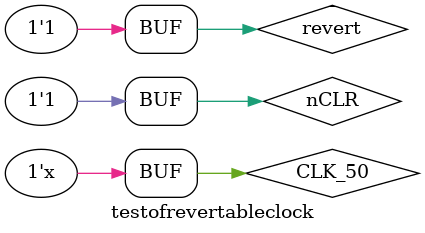
<source format=v>
`timescale 1ns / 1ps


module testofrevertableclock;

	// Inputs
	reg CLK_50;
	reg revert;
	reg nCLR;

	// Outputs
	wire [3:0] SEL;
	wire [6:0] SEG;

	// Instantiate the Unit Under Test (UUT)
	revertableclocktop uut (
		.CLK_50(CLK_50), 
		.revert(revert), 
		.nCLR(nCLR), 
		.SEL(SEL), 
		.SEG(SEG)
	);

	initial begin
		// Initialize Inputs
		CLK_50 = 0;
		revert = 0;
		nCLR = 1;

		// Wait 100 ns for global reset to finish
		#100;
		revert=1;
        
		// Add stimulus here

	end
	
	always 
	begin
	#10 CLK_50=~CLK_50;
   end
endmodule


</source>
